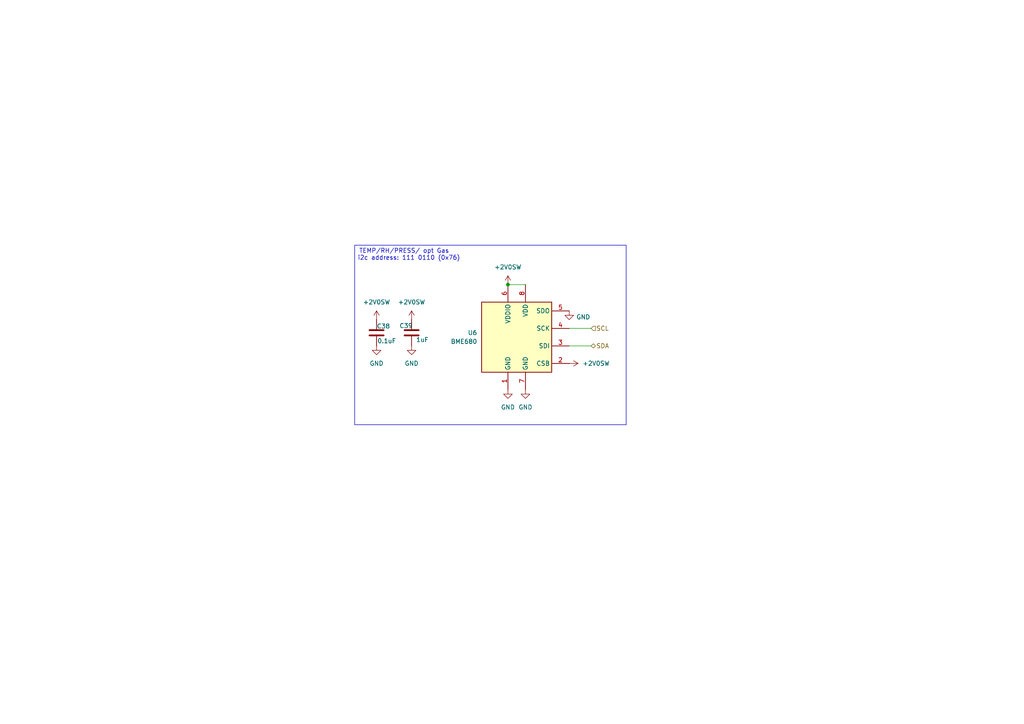
<source format=kicad_sch>
(kicad_sch (version 20231120) (generator "eeschema") (generator_version "8.0")
  (paper "A4")
  (lib_symbols
    (symbol "Library:C" (pin_numbers hide) (pin_names (offset 0.254))
      (property "Reference" "C" (at 0.635 2.54 0))
      (property "Value" "C" (at 0.635 -2.54 0))
      (symbol "C_0_1"
        (polyline (pts (xy -2.032 -0.762) (xy 2.032 -0.762)) (stroke (width 0.508)))
        (polyline (pts (xy -2.032 0.762) (xy 2.032 0.762)) (stroke (width 0.508)))
      )
      (symbol "C_1_1"
        (pin passive line (at 0 3.81 270) (length 2.794) (name "~") (number "1"))
        (pin passive line (at 0 -3.81 90) (length 2.794) (name "~") (number "2"))
      )
    )
    (symbol "Sensor:BME680"
      (property "Reference" "U" (at -8.89 11.43 0))
      (property "Value" "BME680" (at 7.62 11.43 0))
      (symbol "BME680_0_1"
        (rectangle (start -10.16 10.16) (end 10.16 -10.16) (stroke (width 0.254)) (fill (type background)))
      )
      (symbol "BME680_1_1"
        (pin power_in line (at -2.54 -15.24 90) (length 5.08) (name "GND") (number "1"))
        (pin input line (at 15.24 -7.62 180) (length 5.08) (name "CSB") (number "2"))
        (pin bidirectional line (at 15.24 -2.54 180) (length 5.08) (name "SDI") (number "3"))
        (pin input line (at 15.24 2.54 180) (length 5.08) (name "SCK") (number "4"))
        (pin bidirectional line (at 15.24 7.62 180) (length 5.08) (name "SDO") (number "5"))
        (pin power_in line (at -2.54 15.24 270) (length 5.08) (name "VDDIO") (number "6"))
        (pin power_in line (at 2.54 -15.24 90) (length 5.08) (name "GND") (number "7"))
        (pin power_in line (at 2.54 15.24 270) (length 5.08) (name "VDD") (number "8"))
      )
    )
    (symbol "power:+1V8" (power) (pin_numbers hide) (pin_names (offset 0) hide)
      (property "Value" "+1V8" (at 0 3.556 0))
      (symbol "+1V8_0_1"
        (polyline (pts (xy -0.762 1.27) (xy 0 2.54)))
        (polyline (pts (xy 0 0) (xy 0 2.54)))
        (polyline (pts (xy 0 2.54) (xy 0.762 1.27)))
      )
      (symbol "+1V8_1_1"
        (pin power_in line (at 0 0 90) (length 0) (name "~") (number "1"))
      )
    )
    (symbol "power:GND" (power) (pin_names (offset 0))
      (property "Value" "GND" (at 0 -3.81 0))
      (symbol "GND_0_1"
        (polyline (pts (xy 0 0) (xy 0 -1.27) (xy 1.27 -1.27) (xy 0 -2.54) (xy -1.27 -1.27) (xy 0 -1.27)))
      )
      (symbol "GND_1_1"
        (pin power_in line (at 0 0 270) (length 0) hide (name "GND") (number "1"))
      )
    )
  )
  (junction (at 147.32 82.55))
  (polyline (pts (xy 181.61 123.19) (xy 102.87 123.19)))
  (polyline (pts (xy 181.61 71.12) (xy 181.61 123.19)))
  (wire (pts (xy 171.45 100.33) (xy 165.1 100.33)))
  (polyline (pts (xy 102.87 71.12) (xy 102.87 123.19)))
  (wire (pts (xy 171.45 95.25) (xy 165.1 95.25)))
  (wire (pts (xy 147.32 82.55) (xy 152.4 82.55)))
  (polyline (pts (xy 181.61 71.12) (xy 102.87 71.12)))
  (text "i2c address: 111 0110 (0x76)" (at 118.618 74.93 0) (effects (font (size 1.27 1.27))))
  (text "TEMP/RH/PRESS/ opt Gas" (at 104.14 73.66 0) (effects (font (size 1.27 1.27)) (justify left bottom)))
  (hierarchical_label "SDA" (shape bidirectional) (at 171.45 100.33 0))
  (hierarchical_label "SCL" (shape input) (at 171.45 95.25 0))
  (symbol (lib_id "power:GND") (at 152.4 113.03 0) (unit 1)
    (property "Reference" "#PWR0109" (effects (hide yes)))
    (property "Value" "GND" (at 152.4 118.11 0))
  )
  (symbol (lib_id "Library:C") (at 119.38 96.52 0) (unit 1)
    (property "Reference" "C39" (at 115.824 94.488 0) (effects (justify left)))
    (property "Value" "1uF" (at 120.65 98.552 0) (effects (justify left)))
    (property "Footprint" "Capacitor_SMD:C_0603_1608Metric" (effects (hide yes)))
    (property "LCSC Part #" "C307331" (effects (hide yes)))
  )
  (symbol (lib_id "power:GND") (at 147.32 113.03 0) (unit 1)
    (property "Reference" "#PWR0108" (effects (hide yes)))
    (property "Value" "GND" (at 147.32 118.11 0))
  )
  (symbol (lib_id "power:GND") (at 109.22 100.33 0) (unit 1)
    (property "Reference" "#PWR0113" (effects (hide yes)))
    (property "Value" "GND" (at 109.22 105.41 0))
  )
  (symbol (lib_id "power:GND") (at 165.1 90.17 0) (unit 1)
    (property "Reference" "#PWR0111" (effects (hide yes)))
    (property "Value" "GND" (at 169.164 91.948 0))
  )
  (symbol (lib_id "power:+1V8") (at 119.38 92.71 0) (unit 1)
    (property "Reference" "#PWR067" (effects (hide yes)))
    (property "Value" "+2V0SW" (at 119.38 87.63 0))
    (property "Description" "Power symbol creates a global label with name \"+1V8\"" (effects (hide yes)))
  )
  (symbol (lib_id "Library:C") (at 109.22 96.52 0) (unit 1)
    (property "Reference" "C38" (at 109.2481 94.6094 0) (effects (justify left)))
    (property "Value" "0.1uF" (at 109.4204 98.8864 0) (effects (justify left)))
    (property "Footprint" "Capacitor_SMD:C_0603_1608Metric" (effects (hide yes)))
    (property "LCSC Part #" "C307331" (effects (hide yes)))
  )
  (symbol (lib_id "Sensor:BME680") (at 149.86 97.79 0) (unit 1)
    (property "Reference" "U6" (at 138.43 96.5199 0) (effects (justify right)))
    (property "Value" "BME680" (at 138.43 99.0599 0) (effects (justify right)))
    (property "Footprint" "Package_LGA:Bosch_LGA-8_3x3mm_P0.8mm_ClockwisePinNumbering" (effects (hide yes)))
    (property "Datasheet" "https://ae-bst.resource.bosch.com/media/_tech/media/datasheets/BST-BME680-DS001.pdf" (effects (hide yes)))
    (property "Description" "4-in-1 sensor, gas, humidity, pressure, temperature, I2C and SPI interface, 1.71-3.6V, LGA-8" (effects (hide yes)))
    (property "MPN" "BME680" (effects (hide yes)))
  )
  (symbol (lib_id "power:+1V8") (at 165.1 105.41 270) (unit 1)
    (property "Reference" "#PWR098" (effects (hide yes)))
    (property "Value" "+2V0SW" (at 168.91 105.4099 90) (effects (justify left)))
    (property "Description" "Power symbol creates a global label with name \"+1V8\"" (effects (hide yes)))
  )
  (symbol (lib_id "power:+1V8") (at 147.32 82.55 0) (unit 1)
    (property "Reference" "#PWR041" (effects (hide yes)))
    (property "Value" "+2V0SW" (at 147.32 77.47 0))
    (property "Description" "Power symbol creates a global label with name \"+1V8\"" (effects (hide yes)))
  )
  (symbol (lib_id "power:+1V8") (at 109.22 92.71 0) (unit 1)
    (property "Reference" "#PWR062" (effects (hide yes)))
    (property "Value" "+2V0SW" (at 109.22 87.63 0))
    (property "Description" "Power symbol creates a global label with name \"+1V8\"" (effects (hide yes)))
  )
  (symbol (lib_id "power:GND") (at 119.38 100.33 0) (unit 1)
    (property "Reference" "#PWR0115" (effects (hide yes)))
    (property "Value" "GND" (at 119.38 105.41 0))
  )
)
</source>
